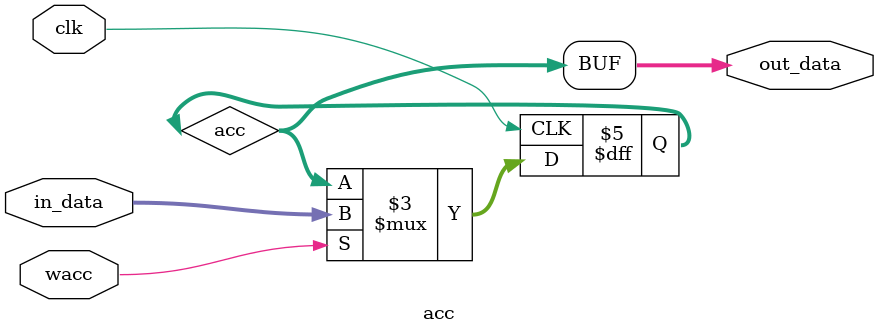
<source format=v>
module acc (
    input clk,
    input wacc,
    input [7:0] in_data,
    output [7:0] out_data
);

reg [7:0] acc;
assign out_data = acc;

always @(negedge clk) begin
    if (wacc)
        acc = in_data;
end

endmodule
</source>
